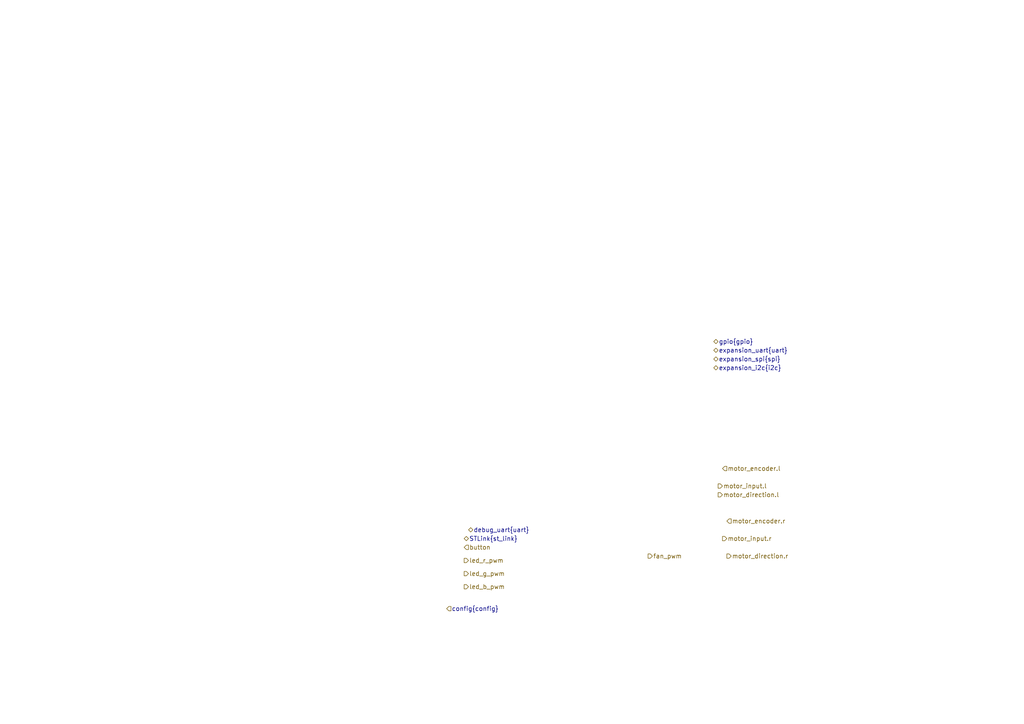
<source format=kicad_sch>
(kicad_sch
	(version 20231120)
	(generator "eeschema")
	(generator_version "8.0")
	(uuid "daaff333-2869-4db2-910b-a6d28fd33b36")
	(paper "A4")
	(lib_symbols)
	(hierarchical_label "led_r_pwm"
		(shape output)
		(at 134.62 162.56 0)
		(effects
			(font
				(size 1.27 1.27)
			)
			(justify left)
		)
		(uuid "0fbe4b13-b5c3-42af-9ce3-ee6abffcd188")
	)
	(hierarchical_label "expansion_spi{spi}"
		(shape bidirectional)
		(at 207.01 104.14 0)
		(effects
			(font
				(size 1.27 1.27)
			)
			(justify left)
		)
		(uuid "144995d4-31a9-452e-a70c-0014c7a0a55a")
	)
	(hierarchical_label "expansion_i2c{i2c}"
		(shape bidirectional)
		(at 207.01 106.68 0)
		(effects
			(font
				(size 1.27 1.27)
			)
			(justify left)
		)
		(uuid "370dedc1-af2d-4bba-87f0-6e3622eeced4")
	)
	(hierarchical_label "motor_input.r"
		(shape output)
		(at 209.55 156.21 0)
		(effects
			(font
				(size 1.27 1.27)
			)
			(justify left)
		)
		(uuid "38cf2360-44e2-4f80-9e79-07fea1d2076e")
	)
	(hierarchical_label "motor_direction.l"
		(shape output)
		(at 208.28 143.51 0)
		(effects
			(font
				(size 1.27 1.27)
			)
			(justify left)
		)
		(uuid "4a1d7dbc-2643-459e-a08f-7bafcb17319a")
	)
	(hierarchical_label "debug_uart{uart}"
		(shape bidirectional)
		(at 135.89 153.67 0)
		(effects
			(font
				(size 1.27 1.27)
			)
			(justify left)
		)
		(uuid "7e324888-b713-42d3-a7e5-89585db39944")
	)
	(hierarchical_label "motor_direction.r"
		(shape output)
		(at 210.82 161.29 0)
		(effects
			(font
				(size 1.27 1.27)
			)
			(justify left)
		)
		(uuid "86141d89-01af-4698-92fb-156c4fc906da")
	)
	(hierarchical_label "motor_encoder.l"
		(shape input)
		(at 209.55 135.89 0)
		(effects
			(font
				(size 1.27 1.27)
			)
			(justify left)
		)
		(uuid "8b35a9cf-d317-41e5-af4d-2a052c30bfa4")
	)
	(hierarchical_label "led_g_pwm"
		(shape output)
		(at 134.62 166.37 0)
		(effects
			(font
				(size 1.27 1.27)
			)
			(justify left)
		)
		(uuid "97d91059-3d6d-4693-bc58-e10894705af6")
	)
	(hierarchical_label "gpio{gpio}"
		(shape bidirectional)
		(at 207.01 99.06 0)
		(effects
			(font
				(size 1.27 1.27)
			)
			(justify left)
		)
		(uuid "9e3a8c69-885c-4328-9d35-d9e53f418eb5")
	)
	(hierarchical_label "led_b_pwm"
		(shape output)
		(at 134.62 170.18 0)
		(effects
			(font
				(size 1.27 1.27)
			)
			(justify left)
		)
		(uuid "d2f4019f-1c85-4ab1-87f5-460cb760a14a")
	)
	(hierarchical_label "fan_pwm"
		(shape output)
		(at 187.96 161.29 0)
		(effects
			(font
				(size 1.27 1.27)
			)
			(justify left)
		)
		(uuid "d3c9ed9e-d8f4-4383-a215-a2b9bd1cdc20")
	)
	(hierarchical_label "button"
		(shape input)
		(at 134.62 158.75 0)
		(effects
			(font
				(size 1.27 1.27)
			)
			(justify left)
		)
		(uuid "d6b2241d-1542-4c2e-8176-296ca8c5c07e")
	)
	(hierarchical_label "config{config}"
		(shape input)
		(at 129.54 176.53 0)
		(effects
			(font
				(size 1.27 1.27)
			)
			(justify left)
		)
		(uuid "de50ec97-faa8-4143-85ea-e75fe6a65553")
	)
	(hierarchical_label "motor_input.l"
		(shape output)
		(at 208.28 140.97 0)
		(effects
			(font
				(size 1.27 1.27)
			)
			(justify left)
		)
		(uuid "e664a737-fd11-4b69-95a9-19b855c63e79")
	)
	(hierarchical_label "motor_encoder.r"
		(shape input)
		(at 210.82 151.13 0)
		(effects
			(font
				(size 1.27 1.27)
			)
			(justify left)
		)
		(uuid "f22a0005-0f88-470a-a980-f61ce1923aac")
	)
	(hierarchical_label "expansion_uart{uart}"
		(shape bidirectional)
		(at 207.01 101.6 0)
		(effects
			(font
				(size 1.27 1.27)
			)
			(justify left)
		)
		(uuid "f73ba433-7c7a-412c-b9aa-4eba8b7e9c7d")
	)
	(hierarchical_label "STLink{st_link}"
		(shape bidirectional)
		(at 134.62 156.21 0)
		(effects
			(font
				(size 1.27 1.27)
			)
			(justify left)
		)
		(uuid "fff86011-d492-4723-81ae-7653e9f1828b")
	)
)

</source>
